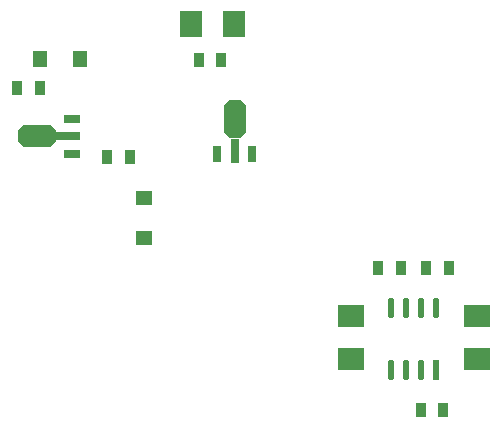
<source format=gbp>
G04*
G04 #@! TF.GenerationSoftware,Altium Limited,Altium Designer,22.2.1 (43)*
G04*
G04 Layer_Color=128*
%FSLAX25Y25*%
%MOIN*%
G70*
G04*
G04 #@! TF.SameCoordinates,9C75C661-4079-485B-A4B9-5B77D2324FE1*
G04*
G04*
G04 #@! TF.FilePolarity,Positive*
G04*
G01*
G75*
%ADD20R,0.03500X0.05000*%
%ADD73R,0.02165X0.07087*%
%ADD74O,0.02165X0.07087*%
%ADD75R,0.09000X0.07500*%
%ADD76R,0.04724X0.05512*%
%ADD77R,0.05512X0.04724*%
%ADD78R,0.07500X0.09000*%
%ADD79R,0.05512X0.02559*%
%ADD80R,0.08268X0.02559*%
G04:AMPARAMS|DCode=81|XSize=74.8mil|YSize=125.98mil|CornerRadius=0mil|HoleSize=0mil|Usage=FLASHONLY|Rotation=90.000|XOffset=0mil|YOffset=0mil|HoleType=Round|Shape=Octagon|*
%AMOCTAGOND81*
4,1,8,-0.06299,-0.01870,-0.06299,0.01870,-0.04429,0.03740,0.04429,0.03740,0.06299,0.01870,0.06299,-0.01870,0.04429,-0.03740,-0.04429,-0.03740,-0.06299,-0.01870,0.0*
%
%ADD81OCTAGOND81*%

%ADD82R,0.02559X0.05512*%
%ADD83R,0.02559X0.08268*%
G04:AMPARAMS|DCode=84|XSize=74.8mil|YSize=125.98mil|CornerRadius=0mil|HoleSize=0mil|Usage=FLASHONLY|Rotation=0.000|XOffset=0mil|YOffset=0mil|HoleType=Round|Shape=Octagon|*
%AMOCTAGOND84*
4,1,8,-0.01870,0.06299,0.01870,0.06299,0.03740,0.04429,0.03740,-0.04429,0.01870,-0.06299,-0.01870,-0.06299,-0.03740,-0.04429,-0.03740,0.04429,-0.01870,0.06299,0.0*
%
%ADD84OCTAGOND84*%

D20*
X120791Y215014D02*
D03*
X113310D02*
D03*
X90191Y182614D02*
D03*
X82710D02*
D03*
X52711Y205614D02*
D03*
X60191D02*
D03*
X189011Y145614D02*
D03*
X196491D02*
D03*
X180491Y145614D02*
D03*
X173010D02*
D03*
X194691Y98314D02*
D03*
X187210D02*
D03*
D73*
X192313Y111881D02*
D03*
D74*
X187313D02*
D03*
X182313D02*
D03*
X177313D02*
D03*
X192313Y132550D02*
D03*
X187313D02*
D03*
X182313D02*
D03*
X177313D02*
D03*
D75*
X205951Y115528D02*
D03*
Y129701D02*
D03*
X163952Y115528D02*
D03*
Y129701D02*
D03*
D76*
X73609Y215408D02*
D03*
X60224D02*
D03*
D77*
X94916Y155702D02*
D03*
Y169087D02*
D03*
D78*
X124958Y227245D02*
D03*
X110785D02*
D03*
D79*
X71035Y195498D02*
D03*
Y183687D02*
D03*
D80*
X69749Y189592D02*
D03*
D81*
X59349D02*
D03*
D82*
X131078Y183606D02*
D03*
X119267D02*
D03*
D83*
X125172Y184892D02*
D03*
D84*
Y195292D02*
D03*
M02*

</source>
